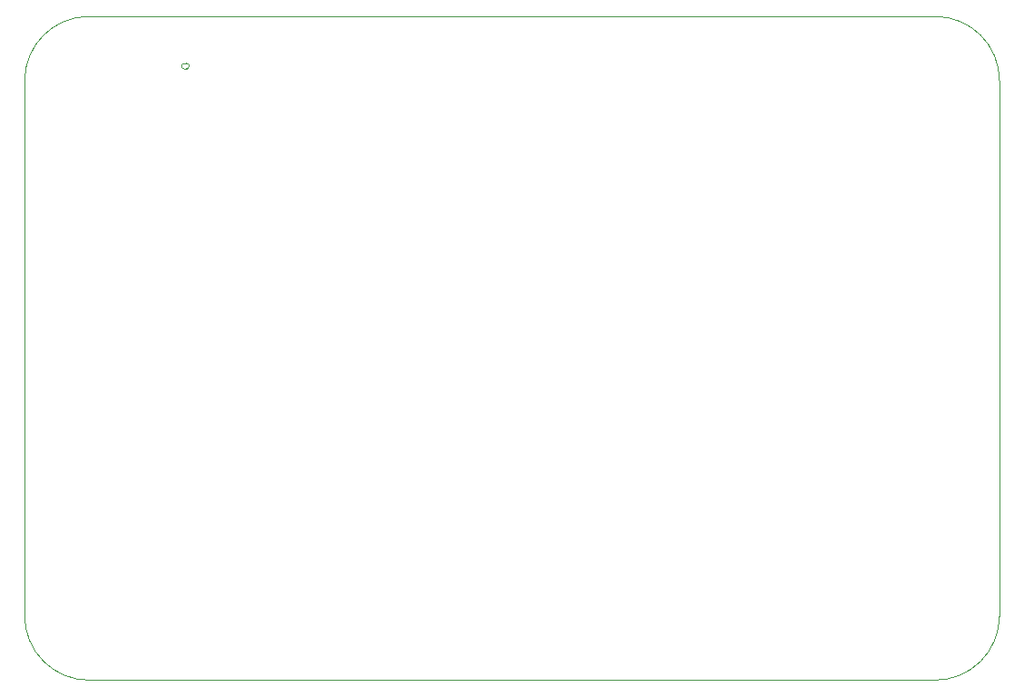
<source format=gm1>
%TF.GenerationSoftware,KiCad,Pcbnew,8.0.3*%
%TF.CreationDate,2026-02-06T01:26:45-05:00*%
%TF.ProjectId,FrostByte_IRCamera_PCB,46726f73-7442-4797-9465-5f495243616d,rev?*%
%TF.SameCoordinates,Original*%
%TF.FileFunction,Profile,NP*%
%FSLAX46Y46*%
G04 Gerber Fmt 4.6, Leading zero omitted, Abs format (unit mm)*
G04 Created by KiCad (PCBNEW 8.0.3) date 2026-02-06 01:26:45*
%MOMM*%
%LPD*%
G01*
G04 APERTURE LIST*
%TA.AperFunction,Profile*%
%ADD10C,0.050000*%
%TD*%
%TA.AperFunction,Profile*%
%ADD11C,0.010000*%
%TD*%
G04 APERTURE END LIST*
D10*
X104600000Y-72200000D02*
X183600000Y-72200000D01*
X98600000Y-128200000D02*
X98600000Y-78200000D01*
X98600000Y-78200000D02*
G75*
G02*
X104600000Y-72200000I6000000J0D01*
G01*
X183600000Y-72200000D02*
G75*
G02*
X189600000Y-78200000I0J-6000000D01*
G01*
X189600000Y-78200000D02*
X189600000Y-128200000D01*
X189600000Y-128200000D02*
G75*
G02*
X183600000Y-134200000I-6000000J0D01*
G01*
X104600000Y-134200000D02*
G75*
G02*
X98600000Y-128200000I0J6000000D01*
G01*
X104600000Y-134200000D02*
X183600000Y-134200000D01*
D11*
%TO.C,J6*%
X113500000Y-76575000D02*
X113700000Y-76575000D01*
X113700000Y-77095000D02*
X113500000Y-77095000D01*
X113240000Y-76835000D02*
G75*
G02*
X113500000Y-76575000I260000J0D01*
G01*
X113500000Y-77095000D02*
G75*
G02*
X113240000Y-76835000I0J260000D01*
G01*
X113700000Y-76575000D02*
G75*
G02*
X113960000Y-76835000I0J-260000D01*
G01*
X113960000Y-76835000D02*
G75*
G02*
X113700000Y-77095000I-260000J0D01*
G01*
%TD*%
M02*

</source>
